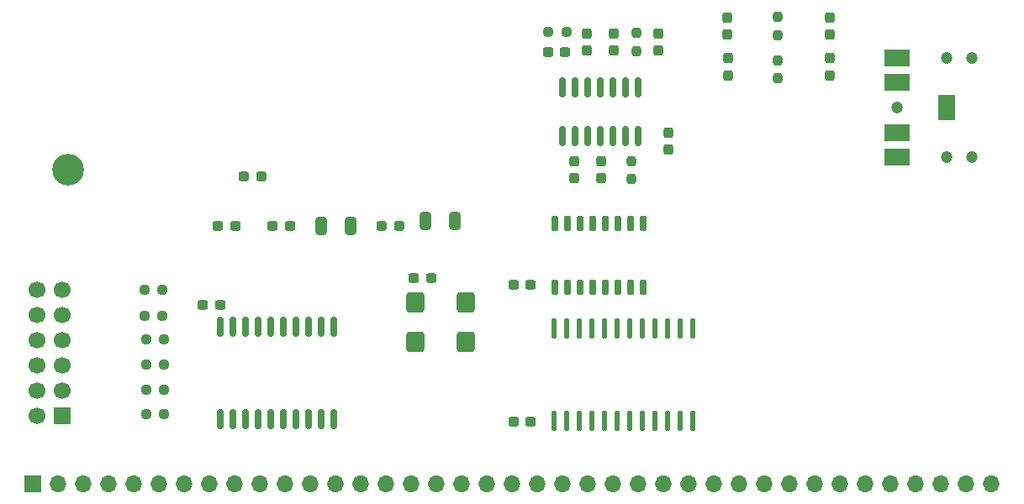
<source format=gbr>
%TF.GenerationSoftware,KiCad,Pcbnew,9.0.1+1*%
%TF.CreationDate,2025-09-01T23:04:51+00:00*%
%TF.ProjectId,rcbus-ymf262,72636275-732d-4796-9d66-3236322e6b69,@version@*%
%TF.SameCoordinates,Original*%
%TF.FileFunction,Soldermask,Top*%
%TF.FilePolarity,Negative*%
%FSLAX46Y46*%
G04 Gerber Fmt 4.6, Leading zero omitted, Abs format (unit mm)*
G04 Created by KiCad (PCBNEW 9.0.1+1) date 2025-09-01 23:04:51*
%MOMM*%
%LPD*%
G01*
G04 APERTURE LIST*
G04 Aperture macros list*
%AMRoundRect*
0 Rectangle with rounded corners*
0 $1 Rounding radius*
0 $2 $3 $4 $5 $6 $7 $8 $9 X,Y pos of 4 corners*
0 Add a 4 corners polygon primitive as box body*
4,1,4,$2,$3,$4,$5,$6,$7,$8,$9,$2,$3,0*
0 Add four circle primitives for the rounded corners*
1,1,$1+$1,$2,$3*
1,1,$1+$1,$4,$5*
1,1,$1+$1,$6,$7*
1,1,$1+$1,$8,$9*
0 Add four rect primitives between the rounded corners*
20,1,$1+$1,$2,$3,$4,$5,0*
20,1,$1+$1,$4,$5,$6,$7,0*
20,1,$1+$1,$6,$7,$8,$9,0*
20,1,$1+$1,$8,$9,$2,$3,0*%
G04 Aperture macros list end*
%ADD10RoundRect,0.237500X0.300000X0.237500X-0.300000X0.237500X-0.300000X-0.237500X0.300000X-0.237500X0*%
%ADD11C,1.200000*%
%ADD12R,2.500000X1.800000*%
%ADD13R,1.800000X2.500000*%
%ADD14R,1.700000X1.700000*%
%ADD15C,1.700000*%
%ADD16C,3.200000*%
%ADD17O,1.700000X1.700000*%
%ADD18RoundRect,0.150000X0.150000X-0.875000X0.150000X0.875000X-0.150000X0.875000X-0.150000X-0.875000X0*%
%ADD19RoundRect,0.237500X-0.237500X0.300000X-0.237500X-0.300000X0.237500X-0.300000X0.237500X0.300000X0*%
%ADD20RoundRect,0.137500X0.137500X-0.862500X0.137500X0.862500X-0.137500X0.862500X-0.137500X-0.862500X0*%
%ADD21RoundRect,0.250000X-0.650000X-0.750000X0.650000X-0.750000X0.650000X0.750000X-0.650000X0.750000X0*%
%ADD22RoundRect,0.237500X-0.287500X-0.237500X0.287500X-0.237500X0.287500X0.237500X-0.287500X0.237500X0*%
%ADD23RoundRect,0.150000X0.150000X-0.650000X0.150000X0.650000X-0.150000X0.650000X-0.150000X-0.650000X0*%
%ADD24RoundRect,0.237500X-0.300000X-0.237500X0.300000X-0.237500X0.300000X0.237500X-0.300000X0.237500X0*%
%ADD25RoundRect,0.237500X-0.250000X-0.237500X0.250000X-0.237500X0.250000X0.237500X-0.250000X0.237500X0*%
%ADD26RoundRect,0.237500X-0.237500X0.250000X-0.237500X-0.250000X0.237500X-0.250000X0.237500X0.250000X0*%
%ADD27RoundRect,0.237500X0.237500X-0.300000X0.237500X0.300000X-0.237500X0.300000X-0.237500X-0.300000X0*%
%ADD28RoundRect,0.237500X0.250000X0.237500X-0.250000X0.237500X-0.250000X-0.237500X0.250000X-0.237500X0*%
%ADD29RoundRect,0.237500X0.237500X-0.250000X0.237500X0.250000X-0.237500X0.250000X-0.237500X-0.250000X0*%
%ADD30RoundRect,0.150000X0.150000X-0.825000X0.150000X0.825000X-0.150000X0.825000X-0.150000X-0.825000X0*%
%ADD31RoundRect,0.250000X-0.325000X-0.650000X0.325000X-0.650000X0.325000X0.650000X-0.325000X0.650000X0*%
%ADD32RoundRect,0.237500X0.287500X0.237500X-0.287500X0.237500X-0.287500X-0.237500X0.287500X-0.237500X0*%
G04 APERTURE END LIST*
D10*
%TO.C,C1*%
X112112500Y-156750000D03*
X110387500Y-156750000D03*
%TD*%
%TO.C,C7*%
X112112500Y-143000000D03*
X110387500Y-143000000D03*
%TD*%
D11*
%TO.C,CON1*%
X156569000Y-130095000D03*
X156569000Y-120095000D03*
X154069000Y-130095000D03*
X154069000Y-120095000D03*
X149069000Y-125095000D03*
D12*
X149069000Y-130095000D03*
X149069000Y-127595000D03*
D13*
X154069000Y-125095000D03*
D12*
X149069000Y-120095000D03*
X149069000Y-122595000D03*
%TD*%
D14*
%TO.C,JP1*%
X65000000Y-156160000D03*
D15*
X62460000Y-156160000D03*
X65000000Y-153620000D03*
X62460000Y-153620000D03*
X65000000Y-151080000D03*
X62460000Y-151080000D03*
X65000000Y-148540000D03*
X62460000Y-148540000D03*
X65000000Y-146000000D03*
X62460000Y-146000000D03*
X65000000Y-143460000D03*
X62460000Y-143460000D03*
%TD*%
D16*
%TO.C,H1*%
X65532000Y-131382000D03*
%TD*%
D14*
%TO.C,P1*%
X62000000Y-163000000D03*
D17*
X64540000Y-163000000D03*
X67080000Y-163000000D03*
X69620000Y-163000000D03*
X72160000Y-163000000D03*
X74700000Y-163000000D03*
X77240000Y-163000000D03*
X79780000Y-163000000D03*
X82320000Y-163000000D03*
X84860000Y-163000000D03*
X87400000Y-163000000D03*
X89940000Y-163000000D03*
X92480000Y-163000000D03*
X95020000Y-163000000D03*
X97560000Y-163000000D03*
X100100000Y-163000000D03*
X102640000Y-163000000D03*
X105180000Y-163000000D03*
X107720000Y-163000000D03*
X110260000Y-163000000D03*
X112800000Y-163000000D03*
X115340000Y-163000000D03*
X117880000Y-163000000D03*
X120420000Y-163000000D03*
X122960000Y-163000000D03*
X125500000Y-163000000D03*
X128040000Y-163000000D03*
X130580000Y-163000000D03*
X133120000Y-163000000D03*
X135660000Y-163000000D03*
X138200000Y-163000000D03*
X140740000Y-163000000D03*
X143280000Y-163000000D03*
X145820000Y-163000000D03*
X148360000Y-163000000D03*
X150900000Y-163000000D03*
X153440000Y-163000000D03*
X155980000Y-163000000D03*
X158520000Y-163000000D03*
%TD*%
D18*
%TO.C,U1*%
X80880000Y-156500000D03*
X82150000Y-156500000D03*
X83420000Y-156500000D03*
X84690000Y-156500000D03*
X85960000Y-156500000D03*
X87230000Y-156500000D03*
X88500000Y-156500000D03*
X89770000Y-156500000D03*
X91040000Y-156500000D03*
X92310000Y-156500000D03*
X92310000Y-147200000D03*
X91040000Y-147200000D03*
X89770000Y-147200000D03*
X88500000Y-147200000D03*
X87230000Y-147200000D03*
X85960000Y-147200000D03*
X84690000Y-147200000D03*
X83420000Y-147200000D03*
X82150000Y-147200000D03*
X80880000Y-147200000D03*
%TD*%
D19*
%TO.C,C11*%
X126000000Y-127637500D03*
X126000000Y-129362500D03*
%TD*%
%TO.C,C8*%
X116500000Y-130500000D03*
X116500000Y-132225000D03*
%TD*%
%TO.C,C12*%
X119250000Y-130500000D03*
X119250000Y-132225000D03*
%TD*%
D20*
%TO.C,U2*%
X114515000Y-156650000D03*
X115785000Y-156650000D03*
X117055000Y-156650000D03*
X118325000Y-156650000D03*
X119595000Y-156650000D03*
X120865000Y-156650000D03*
X122135000Y-156650000D03*
X123405000Y-156650000D03*
X124675000Y-156650000D03*
X125945000Y-156650000D03*
X127215000Y-156650000D03*
X128485000Y-156650000D03*
X128485000Y-147350000D03*
X127215000Y-147350000D03*
X125945000Y-147350000D03*
X124675000Y-147350000D03*
X123405000Y-147350000D03*
X122135000Y-147350000D03*
X120865000Y-147350000D03*
X119595000Y-147350000D03*
X118325000Y-147350000D03*
X117055000Y-147350000D03*
X115785000Y-147350000D03*
X114515000Y-147350000D03*
%TD*%
D10*
%TO.C,C6*%
X80862500Y-145000000D03*
X79137500Y-145000000D03*
%TD*%
D21*
%TO.C,Y1*%
X100500000Y-148750000D03*
X105580000Y-148750000D03*
X105580000Y-144750000D03*
X100500000Y-144750000D03*
%TD*%
D22*
%TO.C,L2*%
X97125000Y-137000000D03*
X98875000Y-137000000D03*
%TD*%
D23*
%TO.C,U3*%
X114555000Y-143250000D03*
X115825000Y-143250000D03*
X117095000Y-143250000D03*
X118365000Y-143250000D03*
X119635000Y-143250000D03*
X120905000Y-143250000D03*
X122175000Y-143250000D03*
X123445000Y-143250000D03*
X123445000Y-136750000D03*
X122175000Y-136750000D03*
X120905000Y-136750000D03*
X119635000Y-136750000D03*
X118365000Y-136750000D03*
X117095000Y-136750000D03*
X115825000Y-136750000D03*
X114555000Y-136750000D03*
%TD*%
D24*
%TO.C,C2*%
X80637500Y-137000000D03*
X82362500Y-137000000D03*
%TD*%
D25*
%TO.C,R6*%
X73400000Y-156020000D03*
X75225000Y-156020000D03*
%TD*%
D19*
%TO.C,C13*%
X125000000Y-117637500D03*
X125000000Y-119362500D03*
%TD*%
D26*
%TO.C,R10*%
X137000000Y-120337500D03*
X137000000Y-122162500D03*
%TD*%
D27*
%TO.C,C9*%
X120500000Y-119362500D03*
X120500000Y-117637500D03*
%TD*%
D25*
%TO.C,R5*%
X73400000Y-153510000D03*
X75225000Y-153510000D03*
%TD*%
D28*
%TO.C,R9*%
X115750000Y-117500000D03*
X113925000Y-117500000D03*
%TD*%
D27*
%TO.C,C17*%
X142250000Y-121862500D03*
X142250000Y-120137500D03*
%TD*%
D29*
%TO.C,R7*%
X122250000Y-132325000D03*
X122250000Y-130500000D03*
%TD*%
%TO.C,R8*%
X122750000Y-119412500D03*
X122750000Y-117587500D03*
%TD*%
D25*
%TO.C,R3*%
X73400000Y-148490000D03*
X75225000Y-148490000D03*
%TD*%
%TO.C,R1*%
X73225000Y-143470000D03*
X75050000Y-143470000D03*
%TD*%
D27*
%TO.C,C10*%
X117750000Y-119362500D03*
X117750000Y-117637500D03*
%TD*%
D25*
%TO.C,R2*%
X73225000Y-146060000D03*
X75050000Y-146060000D03*
%TD*%
D30*
%TO.C,U4*%
X115327500Y-127975000D03*
X116597500Y-127975000D03*
X117867500Y-127975000D03*
X119137500Y-127975000D03*
X120407500Y-127975000D03*
X121677500Y-127975000D03*
X122947500Y-127975000D03*
X122947500Y-123025000D03*
X121677500Y-123025000D03*
X120407500Y-123025000D03*
X119137500Y-123025000D03*
X117867500Y-123025000D03*
X116597500Y-123025000D03*
X115327500Y-123025000D03*
%TD*%
D27*
%TO.C,C16*%
X131964600Y-117750000D03*
X131964600Y-116025000D03*
%TD*%
D31*
%TO.C,C4*%
X91025000Y-137000000D03*
X93975000Y-137000000D03*
%TD*%
D25*
%TO.C,R4*%
X73400000Y-151000000D03*
X75225000Y-151000000D03*
%TD*%
D31*
%TO.C,C5*%
X101525000Y-136500000D03*
X104475000Y-136500000D03*
%TD*%
D27*
%TO.C,C18*%
X142239600Y-117750000D03*
X142239600Y-116025000D03*
%TD*%
%TO.C,C15*%
X132000000Y-121862500D03*
X132000000Y-120137500D03*
%TD*%
D26*
%TO.C,R11*%
X137014600Y-115975000D03*
X137014600Y-117800000D03*
%TD*%
D24*
%TO.C,C19*%
X100387500Y-142250000D03*
X102112500Y-142250000D03*
%TD*%
%TO.C,C3*%
X86137500Y-137000000D03*
X87862500Y-137000000D03*
%TD*%
D32*
%TO.C,L1*%
X85000000Y-132000000D03*
X83250000Y-132000000D03*
%TD*%
D10*
%TO.C,C14*%
X115612500Y-119500000D03*
X113887500Y-119500000D03*
%TD*%
M02*

</source>
